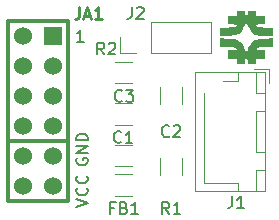
<source format=gbr>
%TF.GenerationSoftware,KiCad,Pcbnew,8.0.3*%
%TF.CreationDate,2024-07-01T13:17:50-05:00*%
%TF.ProjectId,Cartpole_ADC_interface,43617274-706f-46c6-955f-4144435f696e,rev?*%
%TF.SameCoordinates,Original*%
%TF.FileFunction,Legend,Top*%
%TF.FilePolarity,Positive*%
%FSLAX46Y46*%
G04 Gerber Fmt 4.6, Leading zero omitted, Abs format (unit mm)*
G04 Created by KiCad (PCBNEW 8.0.3) date 2024-07-01 13:17:50*
%MOMM*%
%LPD*%
G01*
G04 APERTURE LIST*
%ADD10C,0.150000*%
%ADD11C,0.254000*%
%ADD12C,0.120000*%
%ADD13C,0.000000*%
%ADD14C,0.304800*%
%ADD15R,1.524000X1.524000*%
%ADD16C,1.524000*%
G04 APERTURE END LIST*
D10*
X102833333Y-104954819D02*
X102500000Y-104478628D01*
X102261905Y-104954819D02*
X102261905Y-103954819D01*
X102261905Y-103954819D02*
X102642857Y-103954819D01*
X102642857Y-103954819D02*
X102738095Y-104002438D01*
X102738095Y-104002438D02*
X102785714Y-104050057D01*
X102785714Y-104050057D02*
X102833333Y-104145295D01*
X102833333Y-104145295D02*
X102833333Y-104288152D01*
X102833333Y-104288152D02*
X102785714Y-104383390D01*
X102785714Y-104383390D02*
X102738095Y-104431009D01*
X102738095Y-104431009D02*
X102642857Y-104478628D01*
X102642857Y-104478628D02*
X102261905Y-104478628D01*
X103785714Y-104954819D02*
X103214286Y-104954819D01*
X103500000Y-104954819D02*
X103500000Y-103954819D01*
X103500000Y-103954819D02*
X103404762Y-104097676D01*
X103404762Y-104097676D02*
X103309524Y-104192914D01*
X103309524Y-104192914D02*
X103214286Y-104240533D01*
X98166666Y-104431009D02*
X97833333Y-104431009D01*
X97833333Y-104954819D02*
X97833333Y-103954819D01*
X97833333Y-103954819D02*
X98309523Y-103954819D01*
X99023809Y-104431009D02*
X99166666Y-104478628D01*
X99166666Y-104478628D02*
X99214285Y-104526247D01*
X99214285Y-104526247D02*
X99261904Y-104621485D01*
X99261904Y-104621485D02*
X99261904Y-104764342D01*
X99261904Y-104764342D02*
X99214285Y-104859580D01*
X99214285Y-104859580D02*
X99166666Y-104907200D01*
X99166666Y-104907200D02*
X99071428Y-104954819D01*
X99071428Y-104954819D02*
X98690476Y-104954819D01*
X98690476Y-104954819D02*
X98690476Y-103954819D01*
X98690476Y-103954819D02*
X99023809Y-103954819D01*
X99023809Y-103954819D02*
X99119047Y-104002438D01*
X99119047Y-104002438D02*
X99166666Y-104050057D01*
X99166666Y-104050057D02*
X99214285Y-104145295D01*
X99214285Y-104145295D02*
X99214285Y-104240533D01*
X99214285Y-104240533D02*
X99166666Y-104335771D01*
X99166666Y-104335771D02*
X99119047Y-104383390D01*
X99119047Y-104383390D02*
X99023809Y-104431009D01*
X99023809Y-104431009D02*
X98690476Y-104431009D01*
X100214285Y-104954819D02*
X99642857Y-104954819D01*
X99928571Y-104954819D02*
X99928571Y-103954819D01*
X99928571Y-103954819D02*
X99833333Y-104097676D01*
X99833333Y-104097676D02*
X99738095Y-104192914D01*
X99738095Y-104192914D02*
X99642857Y-104240533D01*
X99666666Y-87454819D02*
X99666666Y-88169104D01*
X99666666Y-88169104D02*
X99619047Y-88311961D01*
X99619047Y-88311961D02*
X99523809Y-88407200D01*
X99523809Y-88407200D02*
X99380952Y-88454819D01*
X99380952Y-88454819D02*
X99285714Y-88454819D01*
X100095238Y-87550057D02*
X100142857Y-87502438D01*
X100142857Y-87502438D02*
X100238095Y-87454819D01*
X100238095Y-87454819D02*
X100476190Y-87454819D01*
X100476190Y-87454819D02*
X100571428Y-87502438D01*
X100571428Y-87502438D02*
X100619047Y-87550057D01*
X100619047Y-87550057D02*
X100666666Y-87645295D01*
X100666666Y-87645295D02*
X100666666Y-87740533D01*
X100666666Y-87740533D02*
X100619047Y-87883390D01*
X100619047Y-87883390D02*
X100047619Y-88454819D01*
X100047619Y-88454819D02*
X100666666Y-88454819D01*
X98833333Y-95359580D02*
X98785714Y-95407200D01*
X98785714Y-95407200D02*
X98642857Y-95454819D01*
X98642857Y-95454819D02*
X98547619Y-95454819D01*
X98547619Y-95454819D02*
X98404762Y-95407200D01*
X98404762Y-95407200D02*
X98309524Y-95311961D01*
X98309524Y-95311961D02*
X98261905Y-95216723D01*
X98261905Y-95216723D02*
X98214286Y-95026247D01*
X98214286Y-95026247D02*
X98214286Y-94883390D01*
X98214286Y-94883390D02*
X98261905Y-94692914D01*
X98261905Y-94692914D02*
X98309524Y-94597676D01*
X98309524Y-94597676D02*
X98404762Y-94502438D01*
X98404762Y-94502438D02*
X98547619Y-94454819D01*
X98547619Y-94454819D02*
X98642857Y-94454819D01*
X98642857Y-94454819D02*
X98785714Y-94502438D01*
X98785714Y-94502438D02*
X98833333Y-94550057D01*
X99166667Y-94454819D02*
X99785714Y-94454819D01*
X99785714Y-94454819D02*
X99452381Y-94835771D01*
X99452381Y-94835771D02*
X99595238Y-94835771D01*
X99595238Y-94835771D02*
X99690476Y-94883390D01*
X99690476Y-94883390D02*
X99738095Y-94931009D01*
X99738095Y-94931009D02*
X99785714Y-95026247D01*
X99785714Y-95026247D02*
X99785714Y-95264342D01*
X99785714Y-95264342D02*
X99738095Y-95359580D01*
X99738095Y-95359580D02*
X99690476Y-95407200D01*
X99690476Y-95407200D02*
X99595238Y-95454819D01*
X99595238Y-95454819D02*
X99309524Y-95454819D01*
X99309524Y-95454819D02*
X99214286Y-95407200D01*
X99214286Y-95407200D02*
X99166667Y-95359580D01*
D11*
X95225905Y-87440812D02*
X95225905Y-88166527D01*
X95225905Y-88166527D02*
X95177524Y-88311670D01*
X95177524Y-88311670D02*
X95080762Y-88408432D01*
X95080762Y-88408432D02*
X94935619Y-88456812D01*
X94935619Y-88456812D02*
X94838857Y-88456812D01*
X95661333Y-88166527D02*
X96145143Y-88166527D01*
X95564571Y-88456812D02*
X95903238Y-87440812D01*
X95903238Y-87440812D02*
X96241905Y-88456812D01*
X97112762Y-88456812D02*
X96532190Y-88456812D01*
X96822476Y-88456812D02*
X96822476Y-87440812D01*
X96822476Y-87440812D02*
X96725714Y-87585955D01*
X96725714Y-87585955D02*
X96628952Y-87682717D01*
X96628952Y-87682717D02*
X96532190Y-87731098D01*
D10*
X95002438Y-100261904D02*
X94954819Y-100357142D01*
X94954819Y-100357142D02*
X94954819Y-100499999D01*
X94954819Y-100499999D02*
X95002438Y-100642856D01*
X95002438Y-100642856D02*
X95097676Y-100738094D01*
X95097676Y-100738094D02*
X95192914Y-100785713D01*
X95192914Y-100785713D02*
X95383390Y-100833332D01*
X95383390Y-100833332D02*
X95526247Y-100833332D01*
X95526247Y-100833332D02*
X95716723Y-100785713D01*
X95716723Y-100785713D02*
X95811961Y-100738094D01*
X95811961Y-100738094D02*
X95907200Y-100642856D01*
X95907200Y-100642856D02*
X95954819Y-100499999D01*
X95954819Y-100499999D02*
X95954819Y-100404761D01*
X95954819Y-100404761D02*
X95907200Y-100261904D01*
X95907200Y-100261904D02*
X95859580Y-100214285D01*
X95859580Y-100214285D02*
X95526247Y-100214285D01*
X95526247Y-100214285D02*
X95526247Y-100404761D01*
X95954819Y-99785713D02*
X94954819Y-99785713D01*
X94954819Y-99785713D02*
X95954819Y-99214285D01*
X95954819Y-99214285D02*
X94954819Y-99214285D01*
X95954819Y-98738094D02*
X94954819Y-98738094D01*
X94954819Y-98738094D02*
X94954819Y-98499999D01*
X94954819Y-98499999D02*
X95002438Y-98357142D01*
X95002438Y-98357142D02*
X95097676Y-98261904D01*
X95097676Y-98261904D02*
X95192914Y-98214285D01*
X95192914Y-98214285D02*
X95383390Y-98166666D01*
X95383390Y-98166666D02*
X95526247Y-98166666D01*
X95526247Y-98166666D02*
X95716723Y-98214285D01*
X95716723Y-98214285D02*
X95811961Y-98261904D01*
X95811961Y-98261904D02*
X95907200Y-98357142D01*
X95907200Y-98357142D02*
X95954819Y-98499999D01*
X95954819Y-98499999D02*
X95954819Y-98738094D01*
X94954819Y-104333332D02*
X95954819Y-103999999D01*
X95954819Y-103999999D02*
X94954819Y-103666666D01*
X95859580Y-102761904D02*
X95907200Y-102809523D01*
X95907200Y-102809523D02*
X95954819Y-102952380D01*
X95954819Y-102952380D02*
X95954819Y-103047618D01*
X95954819Y-103047618D02*
X95907200Y-103190475D01*
X95907200Y-103190475D02*
X95811961Y-103285713D01*
X95811961Y-103285713D02*
X95716723Y-103333332D01*
X95716723Y-103333332D02*
X95526247Y-103380951D01*
X95526247Y-103380951D02*
X95383390Y-103380951D01*
X95383390Y-103380951D02*
X95192914Y-103333332D01*
X95192914Y-103333332D02*
X95097676Y-103285713D01*
X95097676Y-103285713D02*
X95002438Y-103190475D01*
X95002438Y-103190475D02*
X94954819Y-103047618D01*
X94954819Y-103047618D02*
X94954819Y-102952380D01*
X94954819Y-102952380D02*
X95002438Y-102809523D01*
X95002438Y-102809523D02*
X95050057Y-102761904D01*
X95859580Y-101761904D02*
X95907200Y-101809523D01*
X95907200Y-101809523D02*
X95954819Y-101952380D01*
X95954819Y-101952380D02*
X95954819Y-102047618D01*
X95954819Y-102047618D02*
X95907200Y-102190475D01*
X95907200Y-102190475D02*
X95811961Y-102285713D01*
X95811961Y-102285713D02*
X95716723Y-102333332D01*
X95716723Y-102333332D02*
X95526247Y-102380951D01*
X95526247Y-102380951D02*
X95383390Y-102380951D01*
X95383390Y-102380951D02*
X95192914Y-102333332D01*
X95192914Y-102333332D02*
X95097676Y-102285713D01*
X95097676Y-102285713D02*
X95002438Y-102190475D01*
X95002438Y-102190475D02*
X94954819Y-102047618D01*
X94954819Y-102047618D02*
X94954819Y-101952380D01*
X94954819Y-101952380D02*
X95002438Y-101809523D01*
X95002438Y-101809523D02*
X95050057Y-101761904D01*
X95611714Y-90374819D02*
X95040286Y-90374819D01*
X95326000Y-90374819D02*
X95326000Y-89374819D01*
X95326000Y-89374819D02*
X95230762Y-89517676D01*
X95230762Y-89517676D02*
X95135524Y-89612914D01*
X95135524Y-89612914D02*
X95040286Y-89660533D01*
X102833333Y-98359580D02*
X102785714Y-98407200D01*
X102785714Y-98407200D02*
X102642857Y-98454819D01*
X102642857Y-98454819D02*
X102547619Y-98454819D01*
X102547619Y-98454819D02*
X102404762Y-98407200D01*
X102404762Y-98407200D02*
X102309524Y-98311961D01*
X102309524Y-98311961D02*
X102261905Y-98216723D01*
X102261905Y-98216723D02*
X102214286Y-98026247D01*
X102214286Y-98026247D02*
X102214286Y-97883390D01*
X102214286Y-97883390D02*
X102261905Y-97692914D01*
X102261905Y-97692914D02*
X102309524Y-97597676D01*
X102309524Y-97597676D02*
X102404762Y-97502438D01*
X102404762Y-97502438D02*
X102547619Y-97454819D01*
X102547619Y-97454819D02*
X102642857Y-97454819D01*
X102642857Y-97454819D02*
X102785714Y-97502438D01*
X102785714Y-97502438D02*
X102833333Y-97550057D01*
X103214286Y-97550057D02*
X103261905Y-97502438D01*
X103261905Y-97502438D02*
X103357143Y-97454819D01*
X103357143Y-97454819D02*
X103595238Y-97454819D01*
X103595238Y-97454819D02*
X103690476Y-97502438D01*
X103690476Y-97502438D02*
X103738095Y-97550057D01*
X103738095Y-97550057D02*
X103785714Y-97645295D01*
X103785714Y-97645295D02*
X103785714Y-97740533D01*
X103785714Y-97740533D02*
X103738095Y-97883390D01*
X103738095Y-97883390D02*
X103166667Y-98454819D01*
X103166667Y-98454819D02*
X103785714Y-98454819D01*
X97333333Y-91454819D02*
X97000000Y-90978628D01*
X96761905Y-91454819D02*
X96761905Y-90454819D01*
X96761905Y-90454819D02*
X97142857Y-90454819D01*
X97142857Y-90454819D02*
X97238095Y-90502438D01*
X97238095Y-90502438D02*
X97285714Y-90550057D01*
X97285714Y-90550057D02*
X97333333Y-90645295D01*
X97333333Y-90645295D02*
X97333333Y-90788152D01*
X97333333Y-90788152D02*
X97285714Y-90883390D01*
X97285714Y-90883390D02*
X97238095Y-90931009D01*
X97238095Y-90931009D02*
X97142857Y-90978628D01*
X97142857Y-90978628D02*
X96761905Y-90978628D01*
X97714286Y-90550057D02*
X97761905Y-90502438D01*
X97761905Y-90502438D02*
X97857143Y-90454819D01*
X97857143Y-90454819D02*
X98095238Y-90454819D01*
X98095238Y-90454819D02*
X98190476Y-90502438D01*
X98190476Y-90502438D02*
X98238095Y-90550057D01*
X98238095Y-90550057D02*
X98285714Y-90645295D01*
X98285714Y-90645295D02*
X98285714Y-90740533D01*
X98285714Y-90740533D02*
X98238095Y-90883390D01*
X98238095Y-90883390D02*
X97666667Y-91454819D01*
X97666667Y-91454819D02*
X98285714Y-91454819D01*
X108166666Y-103454819D02*
X108166666Y-104169104D01*
X108166666Y-104169104D02*
X108119047Y-104311961D01*
X108119047Y-104311961D02*
X108023809Y-104407200D01*
X108023809Y-104407200D02*
X107880952Y-104454819D01*
X107880952Y-104454819D02*
X107785714Y-104454819D01*
X109166666Y-104454819D02*
X108595238Y-104454819D01*
X108880952Y-104454819D02*
X108880952Y-103454819D01*
X108880952Y-103454819D02*
X108785714Y-103597676D01*
X108785714Y-103597676D02*
X108690476Y-103692914D01*
X108690476Y-103692914D02*
X108595238Y-103740533D01*
X98770833Y-98859580D02*
X98723214Y-98907200D01*
X98723214Y-98907200D02*
X98580357Y-98954819D01*
X98580357Y-98954819D02*
X98485119Y-98954819D01*
X98485119Y-98954819D02*
X98342262Y-98907200D01*
X98342262Y-98907200D02*
X98247024Y-98811961D01*
X98247024Y-98811961D02*
X98199405Y-98716723D01*
X98199405Y-98716723D02*
X98151786Y-98526247D01*
X98151786Y-98526247D02*
X98151786Y-98383390D01*
X98151786Y-98383390D02*
X98199405Y-98192914D01*
X98199405Y-98192914D02*
X98247024Y-98097676D01*
X98247024Y-98097676D02*
X98342262Y-98002438D01*
X98342262Y-98002438D02*
X98485119Y-97954819D01*
X98485119Y-97954819D02*
X98580357Y-97954819D01*
X98580357Y-97954819D02*
X98723214Y-98002438D01*
X98723214Y-98002438D02*
X98770833Y-98050057D01*
X99723214Y-98954819D02*
X99151786Y-98954819D01*
X99437500Y-98954819D02*
X99437500Y-97954819D01*
X99437500Y-97954819D02*
X99342262Y-98097676D01*
X99342262Y-98097676D02*
X99247024Y-98192914D01*
X99247024Y-98192914D02*
X99151786Y-98240533D01*
D12*
%TO.C,J2*%
X98670000Y-91330000D02*
X98670000Y-90000000D01*
X100000000Y-91330000D02*
X98670000Y-91330000D01*
X101270000Y-88670000D02*
X106410000Y-88670000D01*
X101270000Y-91330000D02*
X101270000Y-88670000D01*
X101270000Y-91330000D02*
X106410000Y-91330000D01*
X106410000Y-91330000D02*
X106410000Y-88670000D01*
%TO.C,C3*%
X98226248Y-95590000D02*
X99648752Y-95590000D01*
X98226248Y-97410000D02*
X99648752Y-97410000D01*
D13*
%TO.C,G\u002A\u002A\u002A*%
G36*
X109225109Y-87938311D02*
G01*
X109235378Y-88068440D01*
X109281589Y-88121712D01*
X109362555Y-88130736D01*
X109455504Y-88116359D01*
X109493555Y-88051663D01*
X109500000Y-87938311D01*
X109500000Y-87745887D01*
X109857360Y-87745887D01*
X110214719Y-87745887D01*
X110214719Y-87965801D01*
X110214719Y-88185714D01*
X110572078Y-88185714D01*
X110929438Y-88185714D01*
X110929438Y-88543073D01*
X110929438Y-88900433D01*
X110572078Y-88900433D01*
X110359857Y-88907179D01*
X110247990Y-88931723D01*
X110227461Y-88980522D01*
X110289253Y-89060030D01*
X110315260Y-89084336D01*
X110385103Y-89127080D01*
X110495450Y-89154579D01*
X110667614Y-89169654D01*
X110922908Y-89175126D01*
X111002490Y-89175324D01*
X111589178Y-89175324D01*
X111589178Y-89539321D01*
X111589178Y-89903317D01*
X110915693Y-89879490D01*
X110567845Y-89861284D01*
X110307497Y-89830075D01*
X110112342Y-89778628D01*
X109960076Y-89699706D01*
X109828392Y-89586074D01*
X109753566Y-89502492D01*
X109646376Y-89335060D01*
X109561493Y-89134882D01*
X109548066Y-89088180D01*
X109498393Y-88933291D01*
X109439222Y-88861302D01*
X109363055Y-88845454D01*
X109278082Y-88865383D01*
X109229730Y-88944327D01*
X109204226Y-89063933D01*
X109122666Y-89288672D01*
X108964826Y-89512702D01*
X108758685Y-89700378D01*
X108653419Y-89765705D01*
X108521579Y-89812192D01*
X108318637Y-89846169D01*
X108029737Y-89869636D01*
X107809416Y-89879490D01*
X107135931Y-89903317D01*
X107135931Y-89539321D01*
X107135931Y-89175324D01*
X107740693Y-89175324D01*
X108010102Y-89173499D01*
X108193019Y-89165369D01*
X108312883Y-89146955D01*
X108393136Y-89114275D01*
X108457215Y-89063350D01*
X108469156Y-89051623D01*
X108592858Y-88927922D01*
X108194265Y-88911769D01*
X107795671Y-88895616D01*
X107795671Y-88540665D01*
X107795671Y-88185714D01*
X108180520Y-88185714D01*
X108565368Y-88185714D01*
X108565368Y-87965801D01*
X108565368Y-87745887D01*
X108895239Y-87745887D01*
X109225109Y-87745887D01*
X109225109Y-87938311D01*
G37*
G36*
X111589178Y-90460679D02*
G01*
X111589178Y-90824675D01*
X110992937Y-90824675D01*
X110720620Y-90827229D01*
X110536250Y-90837028D01*
X110417892Y-90857284D01*
X110343608Y-90891204D01*
X110305708Y-90925216D01*
X110235743Y-91015903D01*
X110214719Y-91062662D01*
X110264873Y-91081458D01*
X110396096Y-91094750D01*
X110572078Y-91099567D01*
X110929438Y-91099567D01*
X110929438Y-91456926D01*
X110929438Y-91814285D01*
X110572078Y-91814285D01*
X110214719Y-91814285D01*
X110214719Y-92034199D01*
X110214719Y-92254112D01*
X109857360Y-92254112D01*
X109500000Y-92254112D01*
X109500000Y-92061688D01*
X109489731Y-91931559D01*
X109443520Y-91878287D01*
X109362555Y-91869264D01*
X109269606Y-91883640D01*
X109231554Y-91948336D01*
X109225109Y-92061688D01*
X109225109Y-92254112D01*
X108895239Y-92254112D01*
X108565368Y-92254112D01*
X108565368Y-92034199D01*
X108565368Y-91814285D01*
X108180520Y-91814285D01*
X107795671Y-91814285D01*
X107795671Y-91459335D01*
X107795671Y-91104384D01*
X108194265Y-91088231D01*
X108592858Y-91072078D01*
X108469156Y-90948376D01*
X108405499Y-90893643D01*
X108330001Y-90857892D01*
X108219223Y-90837140D01*
X108049725Y-90827410D01*
X107798067Y-90824719D01*
X107740693Y-90824675D01*
X107135931Y-90824675D01*
X107135931Y-90460679D01*
X107135931Y-90096683D01*
X107809416Y-90120510D01*
X108156906Y-90138643D01*
X108409539Y-90166086D01*
X108582174Y-90204840D01*
X108653419Y-90234295D01*
X108872565Y-90392679D01*
X109056516Y-90604117D01*
X109177293Y-90832962D01*
X109204226Y-90936066D01*
X109238589Y-91080291D01*
X109293431Y-91143297D01*
X109363055Y-91154545D01*
X109447378Y-91133638D01*
X109504370Y-91053226D01*
X109548066Y-90911820D01*
X109621342Y-90715412D01*
X109726460Y-90532524D01*
X109753566Y-90497507D01*
X109883509Y-90360717D01*
X110021249Y-90262785D01*
X110189091Y-90196474D01*
X110409342Y-90154550D01*
X110704307Y-90129776D01*
X110915693Y-90120510D01*
X111589178Y-90096683D01*
X111589178Y-90460679D01*
G37*
D14*
%TO.C,JA1*%
X89230000Y-88650000D02*
X89230000Y-103890000D01*
X89230000Y-103890000D02*
X94310000Y-103890000D01*
X94310000Y-88650000D02*
X89230000Y-88650000D01*
X94310000Y-98810000D02*
X89230000Y-98810000D01*
X94310000Y-103890000D02*
X94310000Y-88650000D01*
D12*
%TO.C,C2*%
X102090000Y-95648752D02*
X102090000Y-94226248D01*
X103910000Y-95648752D02*
X103910000Y-94226248D01*
%TO.C,R2*%
X99677064Y-92090000D02*
X98222936Y-92090000D01*
X99677064Y-93910000D02*
X98222936Y-93910000D01*
%TO.C,J1*%
X104990000Y-92940000D02*
X104990000Y-103060000D01*
X104990000Y-103060000D02*
X110960000Y-103060000D01*
X105750000Y-98000000D02*
X105750000Y-94760000D01*
X105750000Y-102300000D02*
X105750000Y-98000000D01*
X108700000Y-92950000D02*
X108700000Y-93700000D01*
X108700000Y-93700000D02*
X107360000Y-93700000D01*
X108700000Y-102300000D02*
X105750000Y-102300000D01*
X108700000Y-103050000D02*
X108700000Y-102300000D01*
X110200000Y-92950000D02*
X110200000Y-94750000D01*
X110200000Y-94750000D02*
X110950000Y-94750000D01*
X110200000Y-96250000D02*
X110200000Y-99750000D01*
X110200000Y-99750000D02*
X110950000Y-99750000D01*
X110200000Y-101250000D02*
X110200000Y-103050000D01*
X110200000Y-103050000D02*
X110950000Y-103050000D01*
X110950000Y-92950000D02*
X110200000Y-92950000D01*
X110950000Y-94750000D02*
X110950000Y-92950000D01*
X110950000Y-96250000D02*
X110200000Y-96250000D01*
X110950000Y-99750000D02*
X110950000Y-96250000D01*
X110950000Y-101250000D02*
X110200000Y-101250000D01*
X110950000Y-103050000D02*
X110950000Y-101250000D01*
X110960000Y-92940000D02*
X104990000Y-92940000D01*
X110960000Y-103060000D02*
X110960000Y-92940000D01*
X111250000Y-92650000D02*
X110000000Y-92650000D01*
X111250000Y-93900000D02*
X111250000Y-92650000D01*
%TO.C,C1*%
X98226248Y-99090000D02*
X99648752Y-99090000D01*
X98226248Y-100910000D02*
X99648752Y-100910000D01*
%TO.C,FB1*%
X98226248Y-101590000D02*
X99648752Y-101590000D01*
X98226248Y-103410000D02*
X99648752Y-103410000D01*
%TO.C,R1*%
X102090000Y-100222936D02*
X102090000Y-101677064D01*
X103910000Y-100222936D02*
X103910000Y-101677064D01*
%TD*%
D15*
%TO.C,JA1*%
X93040000Y-89920000D03*
D16*
X93040000Y-92460000D03*
X93040000Y-95000000D03*
X93040000Y-97540000D03*
X93040000Y-100080000D03*
X93040000Y-102620000D03*
X90500000Y-89920000D03*
X90500000Y-92460000D03*
X90500000Y-95000000D03*
X90500000Y-97540000D03*
X90500000Y-100080000D03*
X90500000Y-102620000D03*
%TD*%
M02*

</source>
